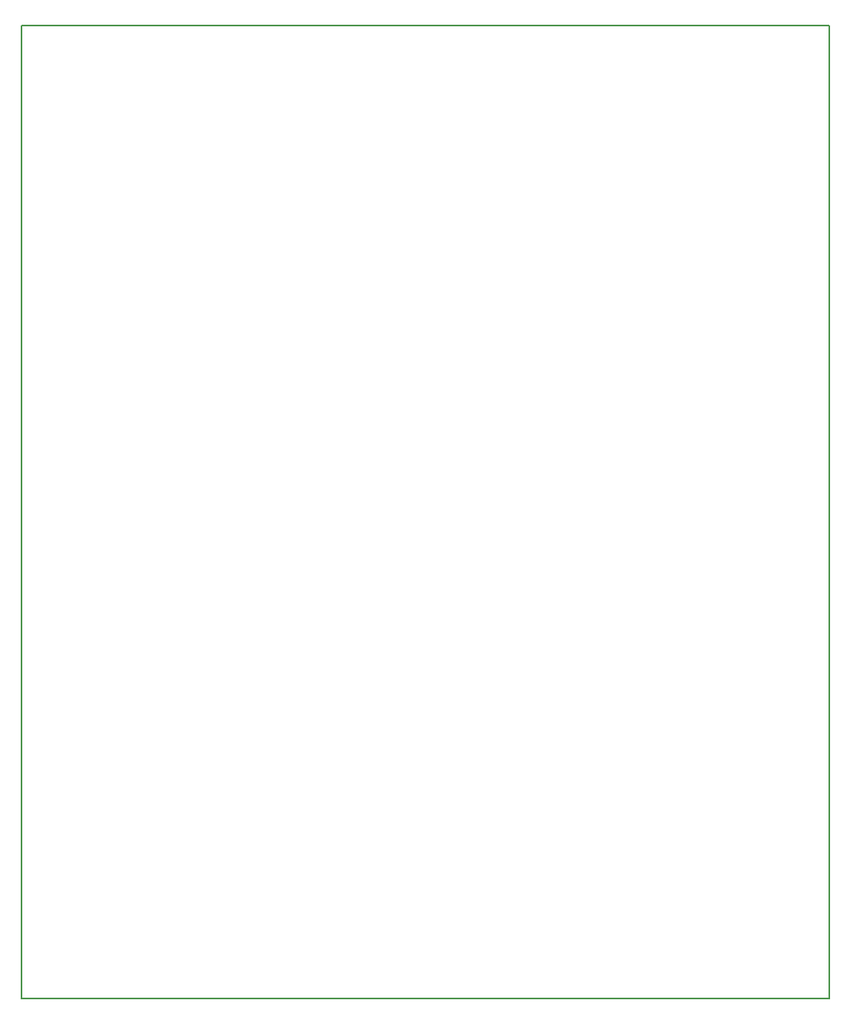
<source format=gm1>
G04 MADE WITH FRITZING*
G04 WWW.FRITZING.ORG*
G04 DOUBLE SIDED*
G04 HOLES PLATED*
G04 CONTOUR ON CENTER OF CONTOUR VECTOR*
%ASAXBY*%
%FSLAX23Y23*%
%MOIN*%
%OFA0B0*%
%SFA1.0B1.0*%
%ADD10R,3.388160X4.075990*%
%ADD11C,0.008000*%
%ADD10C,0.008*%
%LNCONTOUR*%
G90*
G70*
G54D10*
G54D11*
X4Y4072D02*
X3384Y4072D01*
X3384Y4D01*
X4Y4D01*
X4Y4072D01*
D02*
G04 End of contour*
M02*
</source>
